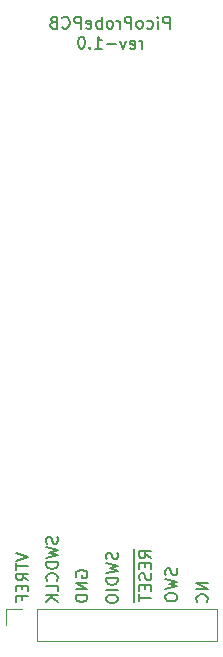
<source format=gbo>
G04 #@! TF.GenerationSoftware,KiCad,Pcbnew,5.1.6+dfsg1-1*
G04 #@! TF.CreationDate,2021-10-17T21:52:56+02:00*
G04 #@! TF.ProjectId,picoprobe-pcb,7069636f-7072-46f6-9265-2d7063622e6b,rev?*
G04 #@! TF.SameCoordinates,Original*
G04 #@! TF.FileFunction,Legend,Bot*
G04 #@! TF.FilePolarity,Positive*
%FSLAX46Y46*%
G04 Gerber Fmt 4.6, Leading zero omitted, Abs format (unit mm)*
G04 Created by KiCad (PCBNEW 5.1.6+dfsg1-1) date 2021-10-17 21:52:56*
%MOMM*%
%LPD*%
G01*
G04 APERTURE LIST*
%ADD10C,0.200000*%
%ADD11C,0.120000*%
%ADD12O,1.800000X1.800000*%
%ADD13R,1.800000X1.800000*%
%ADD14O,1.600000X1.600000*%
%ADD15O,1.900000X1.900000*%
G04 APERTURE END LIST*
D10*
X142523809Y-52502380D02*
X142523809Y-51502380D01*
X142142857Y-51502380D01*
X142047619Y-51550000D01*
X142000000Y-51597619D01*
X141952380Y-51692857D01*
X141952380Y-51835714D01*
X142000000Y-51930952D01*
X142047619Y-51978571D01*
X142142857Y-52026190D01*
X142523809Y-52026190D01*
X141523809Y-52502380D02*
X141523809Y-51835714D01*
X141523809Y-51502380D02*
X141571428Y-51550000D01*
X141523809Y-51597619D01*
X141476190Y-51550000D01*
X141523809Y-51502380D01*
X141523809Y-51597619D01*
X140619047Y-52454761D02*
X140714285Y-52502380D01*
X140904761Y-52502380D01*
X141000000Y-52454761D01*
X141047619Y-52407142D01*
X141095238Y-52311904D01*
X141095238Y-52026190D01*
X141047619Y-51930952D01*
X141000000Y-51883333D01*
X140904761Y-51835714D01*
X140714285Y-51835714D01*
X140619047Y-51883333D01*
X140047619Y-52502380D02*
X140142857Y-52454761D01*
X140190476Y-52407142D01*
X140238095Y-52311904D01*
X140238095Y-52026190D01*
X140190476Y-51930952D01*
X140142857Y-51883333D01*
X140047619Y-51835714D01*
X139904761Y-51835714D01*
X139809523Y-51883333D01*
X139761904Y-51930952D01*
X139714285Y-52026190D01*
X139714285Y-52311904D01*
X139761904Y-52407142D01*
X139809523Y-52454761D01*
X139904761Y-52502380D01*
X140047619Y-52502380D01*
X139285714Y-52502380D02*
X139285714Y-51502380D01*
X138904761Y-51502380D01*
X138809523Y-51550000D01*
X138761904Y-51597619D01*
X138714285Y-51692857D01*
X138714285Y-51835714D01*
X138761904Y-51930952D01*
X138809523Y-51978571D01*
X138904761Y-52026190D01*
X139285714Y-52026190D01*
X138285714Y-52502380D02*
X138285714Y-51835714D01*
X138285714Y-52026190D02*
X138238095Y-51930952D01*
X138190476Y-51883333D01*
X138095238Y-51835714D01*
X138000000Y-51835714D01*
X137523809Y-52502380D02*
X137619047Y-52454761D01*
X137666666Y-52407142D01*
X137714285Y-52311904D01*
X137714285Y-52026190D01*
X137666666Y-51930952D01*
X137619047Y-51883333D01*
X137523809Y-51835714D01*
X137380952Y-51835714D01*
X137285714Y-51883333D01*
X137238095Y-51930952D01*
X137190476Y-52026190D01*
X137190476Y-52311904D01*
X137238095Y-52407142D01*
X137285714Y-52454761D01*
X137380952Y-52502380D01*
X137523809Y-52502380D01*
X136761904Y-52502380D02*
X136761904Y-51502380D01*
X136761904Y-51883333D02*
X136666666Y-51835714D01*
X136476190Y-51835714D01*
X136380952Y-51883333D01*
X136333333Y-51930952D01*
X136285714Y-52026190D01*
X136285714Y-52311904D01*
X136333333Y-52407142D01*
X136380952Y-52454761D01*
X136476190Y-52502380D01*
X136666666Y-52502380D01*
X136761904Y-52454761D01*
X135476190Y-52454761D02*
X135571428Y-52502380D01*
X135761904Y-52502380D01*
X135857142Y-52454761D01*
X135904761Y-52359523D01*
X135904761Y-51978571D01*
X135857142Y-51883333D01*
X135761904Y-51835714D01*
X135571428Y-51835714D01*
X135476190Y-51883333D01*
X135428571Y-51978571D01*
X135428571Y-52073809D01*
X135904761Y-52169047D01*
X135000000Y-52502380D02*
X135000000Y-51502380D01*
X134619047Y-51502380D01*
X134523809Y-51550000D01*
X134476190Y-51597619D01*
X134428571Y-51692857D01*
X134428571Y-51835714D01*
X134476190Y-51930952D01*
X134523809Y-51978571D01*
X134619047Y-52026190D01*
X135000000Y-52026190D01*
X133428571Y-52407142D02*
X133476190Y-52454761D01*
X133619047Y-52502380D01*
X133714285Y-52502380D01*
X133857142Y-52454761D01*
X133952380Y-52359523D01*
X134000000Y-52264285D01*
X134047619Y-52073809D01*
X134047619Y-51930952D01*
X134000000Y-51740476D01*
X133952380Y-51645238D01*
X133857142Y-51550000D01*
X133714285Y-51502380D01*
X133619047Y-51502380D01*
X133476190Y-51550000D01*
X133428571Y-51597619D01*
X132666666Y-51978571D02*
X132523809Y-52026190D01*
X132476190Y-52073809D01*
X132428571Y-52169047D01*
X132428571Y-52311904D01*
X132476190Y-52407142D01*
X132523809Y-52454761D01*
X132619047Y-52502380D01*
X133000000Y-52502380D01*
X133000000Y-51502380D01*
X132666666Y-51502380D01*
X132571428Y-51550000D01*
X132523809Y-51597619D01*
X132476190Y-51692857D01*
X132476190Y-51788095D01*
X132523809Y-51883333D01*
X132571428Y-51930952D01*
X132666666Y-51978571D01*
X133000000Y-51978571D01*
X140190476Y-54202380D02*
X140190476Y-53535714D01*
X140190476Y-53726190D02*
X140142857Y-53630952D01*
X140095238Y-53583333D01*
X140000000Y-53535714D01*
X139904761Y-53535714D01*
X139190476Y-54154761D02*
X139285714Y-54202380D01*
X139476190Y-54202380D01*
X139571428Y-54154761D01*
X139619047Y-54059523D01*
X139619047Y-53678571D01*
X139571428Y-53583333D01*
X139476190Y-53535714D01*
X139285714Y-53535714D01*
X139190476Y-53583333D01*
X139142857Y-53678571D01*
X139142857Y-53773809D01*
X139619047Y-53869047D01*
X138809523Y-53535714D02*
X138571428Y-54202380D01*
X138333333Y-53535714D01*
X137952380Y-53821428D02*
X137190476Y-53821428D01*
X136190476Y-54202380D02*
X136761904Y-54202380D01*
X136476190Y-54202380D02*
X136476190Y-53202380D01*
X136571428Y-53345238D01*
X136666666Y-53440476D01*
X136761904Y-53488095D01*
X135761904Y-54107142D02*
X135714285Y-54154761D01*
X135761904Y-54202380D01*
X135809523Y-54154761D01*
X135761904Y-54107142D01*
X135761904Y-54202380D01*
X135095238Y-53202380D02*
X135000000Y-53202380D01*
X134904761Y-53250000D01*
X134857142Y-53297619D01*
X134809523Y-53392857D01*
X134761904Y-53583333D01*
X134761904Y-53821428D01*
X134809523Y-54011904D01*
X134857142Y-54107142D01*
X134904761Y-54154761D01*
X135000000Y-54202380D01*
X135095238Y-54202380D01*
X135190476Y-54154761D01*
X135238095Y-54107142D01*
X135285714Y-54011904D01*
X135333333Y-53821428D01*
X135333333Y-53583333D01*
X135285714Y-53392857D01*
X135238095Y-53297619D01*
X135190476Y-53250000D01*
X135095238Y-53202380D01*
X145752380Y-99414285D02*
X144752380Y-99414285D01*
X145752380Y-99985714D01*
X144752380Y-99985714D01*
X145657142Y-101033333D02*
X145704761Y-100985714D01*
X145752380Y-100842857D01*
X145752380Y-100747619D01*
X145704761Y-100604761D01*
X145609523Y-100509523D01*
X145514285Y-100461904D01*
X145323809Y-100414285D01*
X145180952Y-100414285D01*
X144990476Y-100461904D01*
X144895238Y-100509523D01*
X144800000Y-100604761D01*
X144752380Y-100747619D01*
X144752380Y-100842857D01*
X144800000Y-100985714D01*
X144847619Y-101033333D01*
X129552380Y-96904761D02*
X130552380Y-97238095D01*
X129552380Y-97571428D01*
X129552380Y-97761904D02*
X129552380Y-98333333D01*
X130552380Y-98047619D02*
X129552380Y-98047619D01*
X130552380Y-99238095D02*
X130076190Y-98904761D01*
X130552380Y-98666666D02*
X129552380Y-98666666D01*
X129552380Y-99047619D01*
X129600000Y-99142857D01*
X129647619Y-99190476D01*
X129742857Y-99238095D01*
X129885714Y-99238095D01*
X129980952Y-99190476D01*
X130028571Y-99142857D01*
X130076190Y-99047619D01*
X130076190Y-98666666D01*
X130028571Y-99666666D02*
X130028571Y-100000000D01*
X130552380Y-100142857D02*
X130552380Y-99666666D01*
X129552380Y-99666666D01*
X129552380Y-100142857D01*
X130028571Y-100904761D02*
X130028571Y-100571428D01*
X130552380Y-100571428D02*
X129552380Y-100571428D01*
X129552380Y-101047619D01*
X133004761Y-95538095D02*
X133052380Y-95680952D01*
X133052380Y-95919047D01*
X133004761Y-96014285D01*
X132957142Y-96061904D01*
X132861904Y-96109523D01*
X132766666Y-96109523D01*
X132671428Y-96061904D01*
X132623809Y-96014285D01*
X132576190Y-95919047D01*
X132528571Y-95728571D01*
X132480952Y-95633333D01*
X132433333Y-95585714D01*
X132338095Y-95538095D01*
X132242857Y-95538095D01*
X132147619Y-95585714D01*
X132100000Y-95633333D01*
X132052380Y-95728571D01*
X132052380Y-95966666D01*
X132100000Y-96109523D01*
X132052380Y-96442857D02*
X133052380Y-96680952D01*
X132338095Y-96871428D01*
X133052380Y-97061904D01*
X132052380Y-97300000D01*
X133052380Y-97680952D02*
X132052380Y-97680952D01*
X132052380Y-97919047D01*
X132100000Y-98061904D01*
X132195238Y-98157142D01*
X132290476Y-98204761D01*
X132480952Y-98252380D01*
X132623809Y-98252380D01*
X132814285Y-98204761D01*
X132909523Y-98157142D01*
X133004761Y-98061904D01*
X133052380Y-97919047D01*
X133052380Y-97680952D01*
X132957142Y-99252380D02*
X133004761Y-99204761D01*
X133052380Y-99061904D01*
X133052380Y-98966666D01*
X133004761Y-98823809D01*
X132909523Y-98728571D01*
X132814285Y-98680952D01*
X132623809Y-98633333D01*
X132480952Y-98633333D01*
X132290476Y-98680952D01*
X132195238Y-98728571D01*
X132100000Y-98823809D01*
X132052380Y-98966666D01*
X132052380Y-99061904D01*
X132100000Y-99204761D01*
X132147619Y-99252380D01*
X133052380Y-100157142D02*
X133052380Y-99680952D01*
X132052380Y-99680952D01*
X133052380Y-100490476D02*
X132052380Y-100490476D01*
X133052380Y-101061904D02*
X132480952Y-100633333D01*
X132052380Y-101061904D02*
X132623809Y-100490476D01*
X134600000Y-98938095D02*
X134552380Y-98842857D01*
X134552380Y-98700000D01*
X134600000Y-98557142D01*
X134695238Y-98461904D01*
X134790476Y-98414285D01*
X134980952Y-98366666D01*
X135123809Y-98366666D01*
X135314285Y-98414285D01*
X135409523Y-98461904D01*
X135504761Y-98557142D01*
X135552380Y-98700000D01*
X135552380Y-98795238D01*
X135504761Y-98938095D01*
X135457142Y-98985714D01*
X135123809Y-98985714D01*
X135123809Y-98795238D01*
X135552380Y-99414285D02*
X134552380Y-99414285D01*
X135552380Y-99985714D01*
X134552380Y-99985714D01*
X135552380Y-100461904D02*
X134552380Y-100461904D01*
X134552380Y-100700000D01*
X134600000Y-100842857D01*
X134695238Y-100938095D01*
X134790476Y-100985714D01*
X134980952Y-101033333D01*
X135123809Y-101033333D01*
X135314285Y-100985714D01*
X135409523Y-100938095D01*
X135504761Y-100842857D01*
X135552380Y-100700000D01*
X135552380Y-100461904D01*
X143104761Y-98219047D02*
X143152380Y-98361904D01*
X143152380Y-98600000D01*
X143104761Y-98695238D01*
X143057142Y-98742857D01*
X142961904Y-98790476D01*
X142866666Y-98790476D01*
X142771428Y-98742857D01*
X142723809Y-98695238D01*
X142676190Y-98600000D01*
X142628571Y-98409523D01*
X142580952Y-98314285D01*
X142533333Y-98266666D01*
X142438095Y-98219047D01*
X142342857Y-98219047D01*
X142247619Y-98266666D01*
X142200000Y-98314285D01*
X142152380Y-98409523D01*
X142152380Y-98647619D01*
X142200000Y-98790476D01*
X142152380Y-99123809D02*
X143152380Y-99361904D01*
X142438095Y-99552380D01*
X143152380Y-99742857D01*
X142152380Y-99980952D01*
X142152380Y-100552380D02*
X142152380Y-100742857D01*
X142200000Y-100838095D01*
X142295238Y-100933333D01*
X142485714Y-100980952D01*
X142819047Y-100980952D01*
X143009523Y-100933333D01*
X143104761Y-100838095D01*
X143152380Y-100742857D01*
X143152380Y-100552380D01*
X143104761Y-100457142D01*
X143009523Y-100361904D01*
X142819047Y-100314285D01*
X142485714Y-100314285D01*
X142295238Y-100361904D01*
X142200000Y-100457142D01*
X142152380Y-100552380D01*
X139520000Y-96538095D02*
X139520000Y-97538095D01*
X140952380Y-97347619D02*
X140476190Y-97014285D01*
X140952380Y-96776190D02*
X139952380Y-96776190D01*
X139952380Y-97157142D01*
X140000000Y-97252380D01*
X140047619Y-97300000D01*
X140142857Y-97347619D01*
X140285714Y-97347619D01*
X140380952Y-97300000D01*
X140428571Y-97252380D01*
X140476190Y-97157142D01*
X140476190Y-96776190D01*
X139520000Y-97538095D02*
X139520000Y-98442857D01*
X140428571Y-97776190D02*
X140428571Y-98109523D01*
X140952380Y-98252380D02*
X140952380Y-97776190D01*
X139952380Y-97776190D01*
X139952380Y-98252380D01*
X139520000Y-98442857D02*
X139520000Y-99395238D01*
X140904761Y-98633333D02*
X140952380Y-98776190D01*
X140952380Y-99014285D01*
X140904761Y-99109523D01*
X140857142Y-99157142D01*
X140761904Y-99204761D01*
X140666666Y-99204761D01*
X140571428Y-99157142D01*
X140523809Y-99109523D01*
X140476190Y-99014285D01*
X140428571Y-98823809D01*
X140380952Y-98728571D01*
X140333333Y-98680952D01*
X140238095Y-98633333D01*
X140142857Y-98633333D01*
X140047619Y-98680952D01*
X140000000Y-98728571D01*
X139952380Y-98823809D01*
X139952380Y-99061904D01*
X140000000Y-99204761D01*
X139520000Y-99395238D02*
X139520000Y-100300000D01*
X140428571Y-99633333D02*
X140428571Y-99966666D01*
X140952380Y-100109523D02*
X140952380Y-99633333D01*
X139952380Y-99633333D01*
X139952380Y-100109523D01*
X139520000Y-100300000D02*
X139520000Y-101061904D01*
X139952380Y-100395238D02*
X139952380Y-100966666D01*
X140952380Y-100680952D02*
X139952380Y-100680952D01*
X138104761Y-96880952D02*
X138152380Y-97023809D01*
X138152380Y-97261904D01*
X138104761Y-97357142D01*
X138057142Y-97404761D01*
X137961904Y-97452380D01*
X137866666Y-97452380D01*
X137771428Y-97404761D01*
X137723809Y-97357142D01*
X137676190Y-97261904D01*
X137628571Y-97071428D01*
X137580952Y-96976190D01*
X137533333Y-96928571D01*
X137438095Y-96880952D01*
X137342857Y-96880952D01*
X137247619Y-96928571D01*
X137200000Y-96976190D01*
X137152380Y-97071428D01*
X137152380Y-97309523D01*
X137200000Y-97452380D01*
X137152380Y-97785714D02*
X138152380Y-98023809D01*
X137438095Y-98214285D01*
X138152380Y-98404761D01*
X137152380Y-98642857D01*
X138152380Y-99023809D02*
X137152380Y-99023809D01*
X137152380Y-99261904D01*
X137200000Y-99404761D01*
X137295238Y-99500000D01*
X137390476Y-99547619D01*
X137580952Y-99595238D01*
X137723809Y-99595238D01*
X137914285Y-99547619D01*
X138009523Y-99500000D01*
X138104761Y-99404761D01*
X138152380Y-99261904D01*
X138152380Y-99023809D01*
X138152380Y-100023809D02*
X137152380Y-100023809D01*
X137152380Y-100690476D02*
X137152380Y-100880952D01*
X137200000Y-100976190D01*
X137295238Y-101071428D01*
X137485714Y-101119047D01*
X137819047Y-101119047D01*
X138009523Y-101071428D01*
X138104761Y-100976190D01*
X138152380Y-100880952D01*
X138152380Y-100690476D01*
X138104761Y-100595238D01*
X138009523Y-100500000D01*
X137819047Y-100452380D01*
X137485714Y-100452380D01*
X137295238Y-100500000D01*
X137200000Y-100595238D01*
X137152380Y-100690476D01*
D11*
X146570000Y-101670000D02*
X146570000Y-104330000D01*
X131270000Y-101670000D02*
X146570000Y-101670000D01*
X131270000Y-104330000D02*
X146570000Y-104330000D01*
X131270000Y-101670000D02*
X131270000Y-104330000D01*
X130000000Y-101670000D02*
X128670000Y-101670000D01*
X128670000Y-101670000D02*
X128670000Y-103000000D01*
%LPC*%
D12*
X145240000Y-103000000D03*
X142700000Y-103000000D03*
X140160000Y-103000000D03*
X137620000Y-103000000D03*
X135080000Y-103000000D03*
X132540000Y-103000000D03*
D13*
X130000000Y-103000000D03*
D12*
X140070000Y-89800000D03*
D13*
X137530000Y-89800000D03*
D12*
X134990000Y-89800000D03*
D14*
X139955000Y-44930000D03*
X135105000Y-44930000D03*
D15*
X140255000Y-41900000D03*
X134805000Y-41900000D03*
D12*
X146420000Y-41770000D03*
X146420000Y-44310000D03*
D13*
X146420000Y-46850000D03*
D12*
X146420000Y-49390000D03*
X146420000Y-51930000D03*
X146420000Y-54470000D03*
X146420000Y-57010000D03*
D13*
X146420000Y-59550000D03*
D12*
X146420000Y-62090000D03*
X146420000Y-64630000D03*
X146420000Y-67170000D03*
X146420000Y-69710000D03*
D13*
X146420000Y-72250000D03*
D12*
X146420000Y-74790000D03*
X146420000Y-77330000D03*
X146420000Y-79870000D03*
X146420000Y-82410000D03*
D13*
X146420000Y-84950000D03*
D12*
X146420000Y-87490000D03*
X146420000Y-90030000D03*
X128640000Y-90030000D03*
X128640000Y-87490000D03*
D13*
X128640000Y-84950000D03*
D12*
X128640000Y-82410000D03*
X128640000Y-79870000D03*
X128640000Y-77330000D03*
X128640000Y-74790000D03*
D13*
X128640000Y-72250000D03*
D12*
X128640000Y-69710000D03*
X128640000Y-67170000D03*
X128640000Y-64630000D03*
X128640000Y-62090000D03*
D13*
X128640000Y-59550000D03*
D12*
X128640000Y-57010000D03*
X128640000Y-54470000D03*
X128640000Y-51930000D03*
X128640000Y-49390000D03*
D13*
X128640000Y-46850000D03*
D12*
X128640000Y-44310000D03*
X128640000Y-41770000D03*
M02*

</source>
